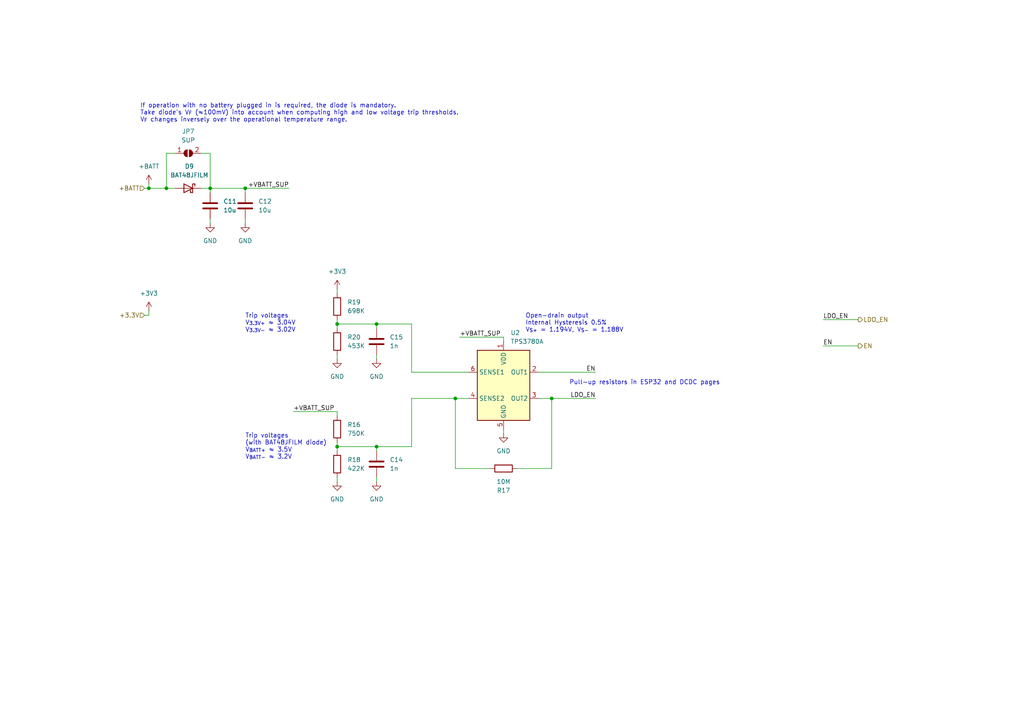
<source format=kicad_sch>
(kicad_sch (version 20211123) (generator eeschema)

  (uuid a5d88682-5fa0-4f9e-bbaa-8b3352e1bcf1)

  (paper "A4")

  (title_block
    (title "SolarNode")
    (date "2021-12-23")
    (rev "0.1")
  )

  (lib_symbols
    (symbol "Device:C" (pin_numbers hide) (pin_names (offset 0.254)) (in_bom yes) (on_board yes)
      (property "Reference" "C" (id 0) (at 0.635 2.54 0)
        (effects (font (size 1.27 1.27)) (justify left))
      )
      (property "Value" "C" (id 1) (at 0.635 -2.54 0)
        (effects (font (size 1.27 1.27)) (justify left))
      )
      (property "Footprint" "" (id 2) (at 0.9652 -3.81 0)
        (effects (font (size 1.27 1.27)) hide)
      )
      (property "Datasheet" "~" (id 3) (at 0 0 0)
        (effects (font (size 1.27 1.27)) hide)
      )
      (property "ki_keywords" "cap capacitor" (id 4) (at 0 0 0)
        (effects (font (size 1.27 1.27)) hide)
      )
      (property "ki_description" "Unpolarized capacitor" (id 5) (at 0 0 0)
        (effects (font (size 1.27 1.27)) hide)
      )
      (property "ki_fp_filters" "C_*" (id 6) (at 0 0 0)
        (effects (font (size 1.27 1.27)) hide)
      )
      (symbol "C_0_1"
        (polyline
          (pts
            (xy -2.032 -0.762)
            (xy 2.032 -0.762)
          )
          (stroke (width 0.508) (type default) (color 0 0 0 0))
          (fill (type none))
        )
        (polyline
          (pts
            (xy -2.032 0.762)
            (xy 2.032 0.762)
          )
          (stroke (width 0.508) (type default) (color 0 0 0 0))
          (fill (type none))
        )
      )
      (symbol "C_1_1"
        (pin passive line (at 0 3.81 270) (length 2.794)
          (name "~" (effects (font (size 1.27 1.27))))
          (number "1" (effects (font (size 1.27 1.27))))
        )
        (pin passive line (at 0 -3.81 90) (length 2.794)
          (name "~" (effects (font (size 1.27 1.27))))
          (number "2" (effects (font (size 1.27 1.27))))
        )
      )
    )
    (symbol "Device:R" (pin_numbers hide) (pin_names (offset 0)) (in_bom yes) (on_board yes)
      (property "Reference" "R" (id 0) (at 2.032 0 90)
        (effects (font (size 1.27 1.27)))
      )
      (property "Value" "R" (id 1) (at 0 0 90)
        (effects (font (size 1.27 1.27)))
      )
      (property "Footprint" "" (id 2) (at -1.778 0 90)
        (effects (font (size 1.27 1.27)) hide)
      )
      (property "Datasheet" "~" (id 3) (at 0 0 0)
        (effects (font (size 1.27 1.27)) hide)
      )
      (property "ki_keywords" "R res resistor" (id 4) (at 0 0 0)
        (effects (font (size 1.27 1.27)) hide)
      )
      (property "ki_description" "Resistor" (id 5) (at 0 0 0)
        (effects (font (size 1.27 1.27)) hide)
      )
      (property "ki_fp_filters" "R_*" (id 6) (at 0 0 0)
        (effects (font (size 1.27 1.27)) hide)
      )
      (symbol "R_0_1"
        (rectangle (start -1.016 -2.54) (end 1.016 2.54)
          (stroke (width 0.254) (type default) (color 0 0 0 0))
          (fill (type none))
        )
      )
      (symbol "R_1_1"
        (pin passive line (at 0 3.81 270) (length 1.27)
          (name "~" (effects (font (size 1.27 1.27))))
          (number "1" (effects (font (size 1.27 1.27))))
        )
        (pin passive line (at 0 -3.81 90) (length 1.27)
          (name "~" (effects (font (size 1.27 1.27))))
          (number "2" (effects (font (size 1.27 1.27))))
        )
      )
    )
    (symbol "Diode:BAT48JFILM" (pin_numbers hide) (pin_names (offset 1.016) hide) (in_bom yes) (on_board yes)
      (property "Reference" "D" (id 0) (at 0 2.54 0)
        (effects (font (size 1.27 1.27)))
      )
      (property "Value" "BAT48JFILM" (id 1) (at 0 -2.54 0)
        (effects (font (size 1.27 1.27)))
      )
      (property "Footprint" "Diode_SMD:D_SOD-323" (id 2) (at 0 -4.445 0)
        (effects (font (size 1.27 1.27)) hide)
      )
      (property "Datasheet" "www.st.com/resource/en/datasheet/bat48.pdf" (id 3) (at 0 0 0)
        (effects (font (size 1.27 1.27)) hide)
      )
      (property "ki_keywords" "diode Schottky" (id 4) (at 0 0 0)
        (effects (font (size 1.27 1.27)) hide)
      )
      (property "ki_description" "40V 0.35A Small Signal Schottky Diode, SOD-323" (id 5) (at 0 0 0)
        (effects (font (size 1.27 1.27)) hide)
      )
      (property "ki_fp_filters" "D*SOD?323*" (id 6) (at 0 0 0)
        (effects (font (size 1.27 1.27)) hide)
      )
      (symbol "BAT48JFILM_0_1"
        (polyline
          (pts
            (xy 1.27 0)
            (xy -1.27 0)
          )
          (stroke (width 0) (type default) (color 0 0 0 0))
          (fill (type none))
        )
        (polyline
          (pts
            (xy 1.27 1.27)
            (xy 1.27 -1.27)
            (xy -1.27 0)
            (xy 1.27 1.27)
          )
          (stroke (width 0.254) (type default) (color 0 0 0 0))
          (fill (type none))
        )
        (polyline
          (pts
            (xy -1.905 0.635)
            (xy -1.905 1.27)
            (xy -1.27 1.27)
            (xy -1.27 -1.27)
            (xy -0.635 -1.27)
            (xy -0.635 -0.635)
          )
          (stroke (width 0.254) (type default) (color 0 0 0 0))
          (fill (type none))
        )
      )
      (symbol "BAT48JFILM_1_1"
        (pin passive line (at -3.81 0 0) (length 2.54)
          (name "K" (effects (font (size 1.27 1.27))))
          (number "1" (effects (font (size 1.27 1.27))))
        )
        (pin passive line (at 3.81 0 180) (length 2.54)
          (name "A" (effects (font (size 1.27 1.27))))
          (number "2" (effects (font (size 1.27 1.27))))
        )
      )
    )
    (symbol "Jumper:SolderJumper_2_Open" (pin_names (offset 0) hide) (in_bom yes) (on_board yes)
      (property "Reference" "JP" (id 0) (at 0 2.032 0)
        (effects (font (size 1.27 1.27)))
      )
      (property "Value" "SolderJumper_2_Open" (id 1) (at 0 -2.54 0)
        (effects (font (size 1.27 1.27)))
      )
      (property "Footprint" "" (id 2) (at 0 0 0)
        (effects (font (size 1.27 1.27)) hide)
      )
      (property "Datasheet" "~" (id 3) (at 0 0 0)
        (effects (font (size 1.27 1.27)) hide)
      )
      (property "ki_keywords" "solder jumper SPST" (id 4) (at 0 0 0)
        (effects (font (size 1.27 1.27)) hide)
      )
      (property "ki_description" "Solder Jumper, 2-pole, open" (id 5) (at 0 0 0)
        (effects (font (size 1.27 1.27)) hide)
      )
      (property "ki_fp_filters" "SolderJumper*Open*" (id 6) (at 0 0 0)
        (effects (font (size 1.27 1.27)) hide)
      )
      (symbol "SolderJumper_2_Open_0_1"
        (arc (start -0.254 1.016) (mid -1.27 0) (end -0.254 -1.016)
          (stroke (width 0) (type default) (color 0 0 0 0))
          (fill (type none))
        )
        (arc (start -0.254 1.016) (mid -1.27 0) (end -0.254 -1.016)
          (stroke (width 0) (type default) (color 0 0 0 0))
          (fill (type outline))
        )
        (polyline
          (pts
            (xy -0.254 1.016)
            (xy -0.254 -1.016)
          )
          (stroke (width 0) (type default) (color 0 0 0 0))
          (fill (type none))
        )
        (polyline
          (pts
            (xy 0.254 1.016)
            (xy 0.254 -1.016)
          )
          (stroke (width 0) (type default) (color 0 0 0 0))
          (fill (type none))
        )
        (arc (start 0.254 -1.016) (mid 1.27 0) (end 0.254 1.016)
          (stroke (width 0) (type default) (color 0 0 0 0))
          (fill (type none))
        )
        (arc (start 0.254 -1.016) (mid 1.27 0) (end 0.254 1.016)
          (stroke (width 0) (type default) (color 0 0 0 0))
          (fill (type outline))
        )
      )
      (symbol "SolderJumper_2_Open_1_1"
        (pin passive line (at -3.81 0 0) (length 2.54)
          (name "A" (effects (font (size 1.27 1.27))))
          (number "1" (effects (font (size 1.27 1.27))))
        )
        (pin passive line (at 3.81 0 180) (length 2.54)
          (name "B" (effects (font (size 1.27 1.27))))
          (number "2" (effects (font (size 1.27 1.27))))
        )
      )
    )
    (symbol "Power_Supervisor:TPS3780" (in_bom yes) (on_board yes)
      (property "Reference" "U" (id 0) (at 2.54 13.97 0)
        (effects (font (size 1.27 1.27)))
      )
      (property "Value" "TPS3780" (id 1) (at 5.08 11.43 0)
        (effects (font (size 1.27 1.27)))
      )
      (property "Footprint" "Package_TO_SOT_SMD:SOT-23-6" (id 2) (at 16.51 -6.35 0)
        (effects (font (size 1.27 1.27)) hide)
      )
      (property "Datasheet" "https://www.ti.com/lit/ds/symlink/tps3780.pdf" (id 3) (at 0 0 0)
        (effects (font (size 1.27 1.27)) hide)
      )
      (property "ki_keywords" "Voltage Detector" (id 4) (at 0 0 0)
        (effects (font (size 1.27 1.27)) hide)
      )
      (property "ki_description" "Dual-Channel, Low-Power, High-Accuracy Voltage Detector, SOT-23-6" (id 5) (at 0 0 0)
        (effects (font (size 1.27 1.27)) hide)
      )
      (property "ki_fp_filters" "SOT?23*" (id 6) (at 0 0 0)
        (effects (font (size 1.27 1.27)) hide)
      )
      (symbol "TPS3780_0_1"
        (rectangle (start -7.62 10.16) (end 7.62 -10.16)
          (stroke (width 0.254) (type default) (color 0 0 0 0))
          (fill (type background))
        )
      )
      (symbol "TPS3780_1_1"
        (pin power_in line (at 0 12.7 270) (length 2.54)
          (name "VDD" (effects (font (size 1.27 1.27))))
          (number "1" (effects (font (size 1.27 1.27))))
        )
        (pin open_collector line (at 10.16 3.81 180) (length 2.54)
          (name "OUT1" (effects (font (size 1.27 1.27))))
          (number "2" (effects (font (size 1.27 1.27))))
        )
        (pin open_collector line (at 10.16 -3.81 180) (length 2.54)
          (name "OUT2" (effects (font (size 1.27 1.27))))
          (number "3" (effects (font (size 1.27 1.27))))
        )
        (pin input line (at -10.16 -3.81 0) (length 2.54)
          (name "SENSE2" (effects (font (size 1.27 1.27))))
          (number "4" (effects (font (size 1.27 1.27))))
        )
        (pin power_in line (at 0 -12.7 90) (length 2.54)
          (name "GND" (effects (font (size 1.27 1.27))))
          (number "5" (effects (font (size 1.27 1.27))))
        )
        (pin input line (at -10.16 3.81 0) (length 2.54)
          (name "SENSE1" (effects (font (size 1.27 1.27))))
          (number "6" (effects (font (size 1.27 1.27))))
        )
      )
    )
    (symbol "power:+3.3V" (power) (pin_names (offset 0)) (in_bom yes) (on_board yes)
      (property "Reference" "#PWR" (id 0) (at 0 -3.81 0)
        (effects (font (size 1.27 1.27)) hide)
      )
      (property "Value" "+3.3V" (id 1) (at 0 3.556 0)
        (effects (font (size 1.27 1.27)))
      )
      (property "Footprint" "" (id 2) (at 0 0 0)
        (effects (font (size 1.27 1.27)) hide)
      )
      (property "Datasheet" "" (id 3) (at 0 0 0)
        (effects (font (size 1.27 1.27)) hide)
      )
      (property "ki_keywords" "power-flag" (id 4) (at 0 0 0)
        (effects (font (size 1.27 1.27)) hide)
      )
      (property "ki_description" "Power symbol creates a global label with name \"+3.3V\"" (id 5) (at 0 0 0)
        (effects (font (size 1.27 1.27)) hide)
      )
      (symbol "+3.3V_0_1"
        (polyline
          (pts
            (xy -0.762 1.27)
            (xy 0 2.54)
          )
          (stroke (width 0) (type default) (color 0 0 0 0))
          (fill (type none))
        )
        (polyline
          (pts
            (xy 0 0)
            (xy 0 2.54)
          )
          (stroke (width 0) (type default) (color 0 0 0 0))
          (fill (type none))
        )
        (polyline
          (pts
            (xy 0 2.54)
            (xy 0.762 1.27)
          )
          (stroke (width 0) (type default) (color 0 0 0 0))
          (fill (type none))
        )
      )
      (symbol "+3.3V_1_1"
        (pin power_in line (at 0 0 90) (length 0) hide
          (name "+3V3" (effects (font (size 1.27 1.27))))
          (number "1" (effects (font (size 1.27 1.27))))
        )
      )
    )
    (symbol "power:+BATT" (power) (pin_names (offset 0)) (in_bom yes) (on_board yes)
      (property "Reference" "#PWR" (id 0) (at 0 -3.81 0)
        (effects (font (size 1.27 1.27)) hide)
      )
      (property "Value" "+BATT" (id 1) (at 0 3.556 0)
        (effects (font (size 1.27 1.27)))
      )
      (property "Footprint" "" (id 2) (at 0 0 0)
        (effects (font (size 1.27 1.27)) hide)
      )
      (property "Datasheet" "" (id 3) (at 0 0 0)
        (effects (font (size 1.27 1.27)) hide)
      )
      (property "ki_keywords" "power-flag battery" (id 4) (at 0 0 0)
        (effects (font (size 1.27 1.27)) hide)
      )
      (property "ki_description" "Power symbol creates a global label with name \"+BATT\"" (id 5) (at 0 0 0)
        (effects (font (size 1.27 1.27)) hide)
      )
      (symbol "+BATT_0_1"
        (polyline
          (pts
            (xy -0.762 1.27)
            (xy 0 2.54)
          )
          (stroke (width 0) (type default) (color 0 0 0 0))
          (fill (type none))
        )
        (polyline
          (pts
            (xy 0 0)
            (xy 0 2.54)
          )
          (stroke (width 0) (type default) (color 0 0 0 0))
          (fill (type none))
        )
        (polyline
          (pts
            (xy 0 2.54)
            (xy 0.762 1.27)
          )
          (stroke (width 0) (type default) (color 0 0 0 0))
          (fill (type none))
        )
      )
      (symbol "+BATT_1_1"
        (pin power_in line (at 0 0 90) (length 0) hide
          (name "+BATT" (effects (font (size 1.27 1.27))))
          (number "1" (effects (font (size 1.27 1.27))))
        )
      )
    )
    (symbol "power:GND" (power) (pin_names (offset 0)) (in_bom yes) (on_board yes)
      (property "Reference" "#PWR" (id 0) (at 0 -6.35 0)
        (effects (font (size 1.27 1.27)) hide)
      )
      (property "Value" "GND" (id 1) (at 0 -3.81 0)
        (effects (font (size 1.27 1.27)))
      )
      (property "Footprint" "" (id 2) (at 0 0 0)
        (effects (font (size 1.27 1.27)) hide)
      )
      (property "Datasheet" "" (id 3) (at 0 0 0)
        (effects (font (size 1.27 1.27)) hide)
      )
      (property "ki_keywords" "power-flag" (id 4) (at 0 0 0)
        (effects (font (size 1.27 1.27)) hide)
      )
      (property "ki_description" "Power symbol creates a global label with name \"GND\" , ground" (id 5) (at 0 0 0)
        (effects (font (size 1.27 1.27)) hide)
      )
      (symbol "GND_0_1"
        (polyline
          (pts
            (xy 0 0)
            (xy 0 -1.27)
            (xy 1.27 -1.27)
            (xy 0 -2.54)
            (xy -1.27 -1.27)
            (xy 0 -1.27)
          )
          (stroke (width 0) (type default) (color 0 0 0 0))
          (fill (type none))
        )
      )
      (symbol "GND_1_1"
        (pin power_in line (at 0 0 270) (length 0) hide
          (name "GND" (effects (font (size 1.27 1.27))))
          (number "1" (effects (font (size 1.27 1.27))))
        )
      )
    )
  )

  (junction (at 160.02 115.57) (diameter 0) (color 0 0 0 0)
    (uuid 231b3cb8-ad54-44cb-a04c-888372af6f6a)
  )
  (junction (at 43.18 54.61) (diameter 0) (color 0 0 0 0)
    (uuid 2363f7b2-e779-4b8c-87a7-a6f152c66794)
  )
  (junction (at 71.12 54.61) (diameter 0) (color 0 0 0 0)
    (uuid 616e6221-8a01-4799-92ad-8918b7c9741f)
  )
  (junction (at 60.96 54.61) (diameter 0) (color 0 0 0 0)
    (uuid 681137cf-cb60-4935-ac51-bca26c47ded3)
  )
  (junction (at 109.22 129.54) (diameter 0) (color 0 0 0 0)
    (uuid 9fc2b46e-4a09-4c0a-b324-7b894892c02c)
  )
  (junction (at 97.79 129.54) (diameter 0) (color 0 0 0 0)
    (uuid ac69a1d3-2290-4338-9b5a-ec3faa91861b)
  )
  (junction (at 97.79 93.98) (diameter 0) (color 0 0 0 0)
    (uuid bbec1b8a-9b63-43ae-b19b-b1618db583dd)
  )
  (junction (at 132.08 115.57) (diameter 0) (color 0 0 0 0)
    (uuid cb627d6e-0261-40f9-bd0e-77bdb685f3f3)
  )
  (junction (at 48.26 54.61) (diameter 0) (color 0 0 0 0)
    (uuid f27f018b-b9d1-4a9d-8a27-e8f818774283)
  )
  (junction (at 109.22 93.98) (diameter 0) (color 0 0 0 0)
    (uuid f749559b-5c68-40fe-bdb5-08fa0e5147db)
  )

  (wire (pts (xy 132.08 115.57) (xy 132.08 135.89))
    (stroke (width 0) (type default) (color 0 0 0 0))
    (uuid 0c5d2aed-99b1-4f6b-9167-3611d53f9e11)
  )
  (wire (pts (xy 135.89 115.57) (xy 132.08 115.57))
    (stroke (width 0) (type default) (color 0 0 0 0))
    (uuid 0f7fa40c-d72b-4fd7-9230-15d9b21064c9)
  )
  (wire (pts (xy 238.76 100.33) (xy 248.92 100.33))
    (stroke (width 0) (type default) (color 0 0 0 0))
    (uuid 0fec38de-fc68-4a0c-bba3-9ae22306ff9a)
  )
  (wire (pts (xy 97.79 129.54) (xy 97.79 130.81))
    (stroke (width 0) (type default) (color 0 0 0 0))
    (uuid 1df1916b-2fbf-4630-a118-cf6ac9c0da42)
  )
  (wire (pts (xy 119.38 129.54) (xy 109.22 129.54))
    (stroke (width 0) (type default) (color 0 0 0 0))
    (uuid 20cdfb51-dc38-49ca-962c-266a0d514d63)
  )
  (wire (pts (xy 156.21 115.57) (xy 160.02 115.57))
    (stroke (width 0) (type default) (color 0 0 0 0))
    (uuid 21ead89d-bdaa-4740-8354-39f284e32e50)
  )
  (wire (pts (xy 41.91 54.61) (xy 43.18 54.61))
    (stroke (width 0) (type default) (color 0 0 0 0))
    (uuid 233a9cd2-03fd-42ba-b754-4f58ef65c350)
  )
  (wire (pts (xy 97.79 102.87) (xy 97.79 104.14))
    (stroke (width 0) (type default) (color 0 0 0 0))
    (uuid 25d4b05b-ece4-429c-9353-f2f3b9195274)
  )
  (wire (pts (xy 97.79 119.38) (xy 97.79 120.65))
    (stroke (width 0) (type default) (color 0 0 0 0))
    (uuid 2650e6e8-9347-4c28-9a75-93a03260a8a2)
  )
  (wire (pts (xy 97.79 128.27) (xy 97.79 129.54))
    (stroke (width 0) (type default) (color 0 0 0 0))
    (uuid 2f8f16c1-75eb-4ae7-8d5b-a3823b91a31e)
  )
  (wire (pts (xy 238.76 92.71) (xy 248.92 92.71))
    (stroke (width 0) (type default) (color 0 0 0 0))
    (uuid 3079c0ff-b025-4d67-8152-a737cd4164d9)
  )
  (wire (pts (xy 60.96 63.5) (xy 60.96 64.77))
    (stroke (width 0) (type default) (color 0 0 0 0))
    (uuid 33f90d8c-f685-4bd4-85ef-5b5a1303f7ff)
  )
  (wire (pts (xy 109.22 130.81) (xy 109.22 129.54))
    (stroke (width 0) (type default) (color 0 0 0 0))
    (uuid 4191517e-ab65-451e-ad46-670fbfe46bda)
  )
  (wire (pts (xy 41.91 91.44) (xy 43.18 91.44))
    (stroke (width 0) (type default) (color 0 0 0 0))
    (uuid 5aa932fb-29b4-44cc-a90c-fde56e9d07bb)
  )
  (wire (pts (xy 132.08 115.57) (xy 119.38 115.57))
    (stroke (width 0) (type default) (color 0 0 0 0))
    (uuid 5f982544-bfbf-4372-9b63-498fd41b76e4)
  )
  (wire (pts (xy 50.8 44.45) (xy 48.26 44.45))
    (stroke (width 0) (type default) (color 0 0 0 0))
    (uuid 6ab9fb84-196f-4180-a275-8e67ccda4ada)
  )
  (wire (pts (xy 160.02 135.89) (xy 160.02 115.57))
    (stroke (width 0) (type default) (color 0 0 0 0))
    (uuid 6ed04be3-1adb-4f50-8674-de6f5068d7f8)
  )
  (wire (pts (xy 119.38 115.57) (xy 119.38 129.54))
    (stroke (width 0) (type default) (color 0 0 0 0))
    (uuid 7559583d-310e-43e6-b811-109ab03fedbc)
  )
  (wire (pts (xy 119.38 107.95) (xy 135.89 107.95))
    (stroke (width 0) (type default) (color 0 0 0 0))
    (uuid 7d91210a-578d-4522-91ae-e3e79e4485b2)
  )
  (wire (pts (xy 109.22 129.54) (xy 97.79 129.54))
    (stroke (width 0) (type default) (color 0 0 0 0))
    (uuid 8420a64d-1699-4396-a058-c89008506b23)
  )
  (wire (pts (xy 71.12 54.61) (xy 71.12 55.88))
    (stroke (width 0) (type default) (color 0 0 0 0))
    (uuid 855ac898-a151-4d93-b619-f1dd0d07e54f)
  )
  (wire (pts (xy 60.96 54.61) (xy 60.96 55.88))
    (stroke (width 0) (type default) (color 0 0 0 0))
    (uuid 8ea30c2f-da2e-4b53-a953-aa83491b669d)
  )
  (wire (pts (xy 133.35 97.79) (xy 146.05 97.79))
    (stroke (width 0) (type default) (color 0 0 0 0))
    (uuid 8ea3824c-3fbb-4aa9-8e0d-b9bef16ee4d3)
  )
  (wire (pts (xy 85.09 119.38) (xy 97.79 119.38))
    (stroke (width 0) (type default) (color 0 0 0 0))
    (uuid 9158c35c-af76-4fb7-a56e-720a931ccdc1)
  )
  (wire (pts (xy 109.22 102.87) (xy 109.22 104.14))
    (stroke (width 0) (type default) (color 0 0 0 0))
    (uuid 93927eca-1e2c-4489-837a-1ef0ea61c39a)
  )
  (wire (pts (xy 109.22 138.43) (xy 109.22 139.7))
    (stroke (width 0) (type default) (color 0 0 0 0))
    (uuid 9721d89c-eed9-43c4-9de7-b28218504b19)
  )
  (wire (pts (xy 132.08 135.89) (xy 142.24 135.89))
    (stroke (width 0) (type default) (color 0 0 0 0))
    (uuid 97806e27-f211-48c8-9559-87e489780b60)
  )
  (wire (pts (xy 109.22 93.98) (xy 97.79 93.98))
    (stroke (width 0) (type default) (color 0 0 0 0))
    (uuid 9f22a049-dd34-40d1-b490-bf66180d2654)
  )
  (wire (pts (xy 58.42 44.45) (xy 60.96 44.45))
    (stroke (width 0) (type default) (color 0 0 0 0))
    (uuid 9f84ac09-c390-41f8-9ea2-cb46a60f8489)
  )
  (wire (pts (xy 156.21 107.95) (xy 172.72 107.95))
    (stroke (width 0) (type default) (color 0 0 0 0))
    (uuid a009a012-e7cf-453c-9da0-e806d1e94835)
  )
  (wire (pts (xy 43.18 53.34) (xy 43.18 54.61))
    (stroke (width 0) (type default) (color 0 0 0 0))
    (uuid a4b82912-33c0-4923-9bf6-3ca3dbac1e78)
  )
  (wire (pts (xy 83.82 54.61) (xy 71.12 54.61))
    (stroke (width 0) (type default) (color 0 0 0 0))
    (uuid ab8e10c7-5bea-4fab-ab56-156a6a0c5a47)
  )
  (wire (pts (xy 48.26 54.61) (xy 50.8 54.61))
    (stroke (width 0) (type default) (color 0 0 0 0))
    (uuid ac2d62ca-22fa-426d-af59-285e70bdc2ca)
  )
  (wire (pts (xy 60.96 54.61) (xy 71.12 54.61))
    (stroke (width 0) (type default) (color 0 0 0 0))
    (uuid b40f9eb4-4318-43fb-9092-e552167e05d5)
  )
  (wire (pts (xy 43.18 91.44) (xy 43.18 90.17))
    (stroke (width 0) (type default) (color 0 0 0 0))
    (uuid b8821bd5-4a16-4587-8af7-d8c6209de267)
  )
  (wire (pts (xy 71.12 63.5) (xy 71.12 64.77))
    (stroke (width 0) (type default) (color 0 0 0 0))
    (uuid ba719b59-90ab-41b5-b8e8-a9e71be6ce16)
  )
  (wire (pts (xy 43.18 54.61) (xy 48.26 54.61))
    (stroke (width 0) (type default) (color 0 0 0 0))
    (uuid beebd82d-57d1-40c3-8d5e-b69fc750678c)
  )
  (wire (pts (xy 97.79 93.98) (xy 97.79 95.25))
    (stroke (width 0) (type default) (color 0 0 0 0))
    (uuid d1239f91-e806-4149-9b64-857e9f12cee5)
  )
  (wire (pts (xy 97.79 92.71) (xy 97.79 93.98))
    (stroke (width 0) (type default) (color 0 0 0 0))
    (uuid d36f902c-e145-40b4-98cd-83254dcbee23)
  )
  (wire (pts (xy 109.22 95.25) (xy 109.22 93.98))
    (stroke (width 0) (type default) (color 0 0 0 0))
    (uuid d600a1b5-fd40-4bbc-829f-b03106523d07)
  )
  (wire (pts (xy 60.96 44.45) (xy 60.96 54.61))
    (stroke (width 0) (type default) (color 0 0 0 0))
    (uuid d9c95731-74dc-4d50-8ffd-43eb84d3bc03)
  )
  (wire (pts (xy 146.05 124.46) (xy 146.05 125.73))
    (stroke (width 0) (type default) (color 0 0 0 0))
    (uuid dbf1a051-22a0-47cc-a219-0a23168a6ea2)
  )
  (wire (pts (xy 97.79 83.82) (xy 97.79 85.09))
    (stroke (width 0) (type default) (color 0 0 0 0))
    (uuid df617c1c-3c72-4918-a38d-bd41f09d2afe)
  )
  (wire (pts (xy 97.79 138.43) (xy 97.79 139.7))
    (stroke (width 0) (type default) (color 0 0 0 0))
    (uuid f06d3945-4829-474f-b781-6d42577a745a)
  )
  (wire (pts (xy 160.02 115.57) (xy 172.72 115.57))
    (stroke (width 0) (type default) (color 0 0 0 0))
    (uuid f0b58366-9a1b-4ad4-98fd-db89cde2286f)
  )
  (wire (pts (xy 149.86 135.89) (xy 160.02 135.89))
    (stroke (width 0) (type default) (color 0 0 0 0))
    (uuid f41803cb-92ca-4832-b2fe-4dc62794173e)
  )
  (wire (pts (xy 119.38 107.95) (xy 119.38 93.98))
    (stroke (width 0) (type default) (color 0 0 0 0))
    (uuid f762121b-aa0e-40ec-8dd9-0c910e9f4e1d)
  )
  (wire (pts (xy 48.26 44.45) (xy 48.26 54.61))
    (stroke (width 0) (type default) (color 0 0 0 0))
    (uuid f80dd33a-fa1e-44ab-8ee4-c4018afae5f9)
  )
  (wire (pts (xy 146.05 97.79) (xy 146.05 99.06))
    (stroke (width 0) (type default) (color 0 0 0 0))
    (uuid fa836209-5d41-4274-b854-b219c9095caa)
  )
  (wire (pts (xy 58.42 54.61) (xy 60.96 54.61))
    (stroke (width 0) (type default) (color 0 0 0 0))
    (uuid fc7841ac-fd46-4b26-847a-d08afd4a5766)
  )
  (wire (pts (xy 119.38 93.98) (xy 109.22 93.98))
    (stroke (width 0) (type default) (color 0 0 0 0))
    (uuid fea901ea-af22-4c2a-805f-5ecb78b18778)
  )

  (text "Trip voltages\nV_{3.3V+} ≈ 3.04V\nV_{3.3V-} ≈ 3.02V" (at 71.12 96.52 0)
    (effects (font (size 1.27 1.27)) (justify left bottom))
    (uuid 1d65944e-231f-4903-8b88-b606403a76d1)
  )
  (text "Pull-up resistors in ESP32 and DCDC pages" (at 165.1 111.76 0)
    (effects (font (size 1.27 1.27)) (justify left bottom))
    (uuid 382ed4fd-2972-43f7-a72c-884f6d890247)
  )
  (text "Trip voltages\n(with BAT48JFILM diode)\nV_{BATT+} ≈ 3.5V\nV_{BATT-} ≈ 3.2V"
    (at 71.12 133.35 0)
    (effects (font (size 1.27 1.27)) (justify left bottom))
    (uuid 5a076940-0d87-4bde-a825-c6695c1972f4)
  )
  (text "If operation with no battery plugged in is required, the diode is mandatory.\nTake diode's V_{F} (≈100mV) into account when computing high and low voltage trip thresholds.\nV_{F} changes inversely over the operational temperature range."
    (at 40.64 35.56 0)
    (effects (font (size 1.27 1.27)) (justify left bottom))
    (uuid 657441f0-980d-4a77-9eac-11a5feba9548)
  )
  (text "Open-drain output\nInternal Hysteresis 0.5%\nV_{S+} = 1.194V, V_{S-} = 1.188V"
    (at 152.4 96.52 0)
    (effects (font (size 1.27 1.27)) (justify left bottom))
    (uuid b339f389-1234-43c0-917a-48b399bd64d7)
  )

  (label "EN" (at 238.76 100.33 0)
    (effects (font (size 1.27 1.27)) (justify left bottom))
    (uuid 263937bd-3616-4613-984b-42f6fb98b50b)
  )
  (label "+VBATT_SUP" (at 83.82 54.61 180)
    (effects (font (size 1.27 1.27)) (justify right bottom))
    (uuid 27822dfa-acff-4cff-9957-5fb829b3d4d5)
  )
  (label "LDO_EN" (at 172.72 115.57 180)
    (effects (font (size 1.27 1.27)) (justify right bottom))
    (uuid 793c1399-de4f-4db3-928d-92d37e9580af)
  )
  (label "LDO_EN" (at 238.76 92.71 0)
    (effects (font (size 1.27 1.27)) (justify left bottom))
    (uuid 82b8a934-cf7c-4312-9ea3-deedbbbfab9e)
  )
  (label "EN" (at 172.72 107.95 180)
    (effects (font (size 1.27 1.27)) (justify right bottom))
    (uuid 8a452480-45d4-4a20-8732-1cd7bf0300ce)
  )
  (label "+VBATT_SUP" (at 85.09 119.38 0)
    (effects (font (size 1.27 1.27)) (justify left bottom))
    (uuid 8fc5174a-dc68-4f50-838d-2ea0f013eac5)
  )
  (label "+VBATT_SUP" (at 133.35 97.79 0)
    (effects (font (size 1.27 1.27)) (justify left bottom))
    (uuid f99e1b14-6bcc-46ac-911a-cf352a0e2d0a)
  )

  (hierarchical_label "EN" (shape output) (at 248.92 100.33 0)
    (effects (font (size 1.27 1.27)) (justify left))
    (uuid 32efa634-eb2d-453e-94d3-440743301534)
  )
  (hierarchical_label "+BATT" (shape input) (at 41.91 54.61 180)
    (effects (font (size 1.27 1.27)) (justify right))
    (uuid 98c90db6-05a2-46b9-ae44-21817a6bee91)
  )
  (hierarchical_label "LDO_EN" (shape output) (at 248.92 92.71 0)
    (effects (font (size 1.27 1.27)) (justify left))
    (uuid e414ce6d-7420-47bb-b95d-e7e44467a939)
  )
  (hierarchical_label "+3.3V" (shape input) (at 41.91 91.44 180)
    (effects (font (size 1.27 1.27)) (justify right))
    (uuid f0c62568-b5df-4b63-8dd5-66bfd0052441)
  )

  (symbol (lib_id "Device:C") (at 109.22 134.62 0) (unit 1)
    (in_bom yes) (on_board yes) (fields_autoplaced)
    (uuid 0f774f56-ad36-4257-8f40-46a92e383bb9)
    (property "Reference" "C14" (id 0) (at 113.03 133.3499 0)
      (effects (font (size 1.27 1.27)) (justify left))
    )
    (property "Value" "1n" (id 1) (at 113.03 135.8899 0)
      (effects (font (size 1.27 1.27)) (justify left))
    )
    (property "Footprint" "Capacitor_SMD:C_0603_1608Metric" (id 2) (at 110.1852 138.43 0)
      (effects (font (size 1.27 1.27)) hide)
    )
    (property "Datasheet" "https://www.yageo.com/upload/media/product/productsearch/datasheet/mlcc/UPY-GPHC_X7R_6.3V-to-50V_20.pdf" (id 3) (at 109.22 134.62 0)
      (effects (font (size 1.27 1.27)) hide)
    )
    (property "Manufacturer" "YAGEO" (id 4) (at 109.22 134.62 0)
      (effects (font (size 1.27 1.27)) hide)
    )
    (property "MPN" "CC0603KRX7R9BB102" (id 5) (at 109.22 134.62 0)
      (effects (font (size 1.27 1.27)) hide)
    )
    (pin "1" (uuid 2971c359-9686-456a-8e96-d058ce81884c))
    (pin "2" (uuid 3e9ac73c-eefd-47f4-bf00-b30558b923b4))
  )

  (symbol (lib_id "Device:R") (at 97.79 88.9 180) (unit 1)
    (in_bom yes) (on_board yes) (fields_autoplaced)
    (uuid 15fd9bfc-420a-4cb7-8e3f-088394fcf8a3)
    (property "Reference" "R19" (id 0) (at 100.7419 87.6299 0)
      (effects (font (size 1.27 1.27)) (justify right))
    )
    (property "Value" "698K" (id 1) (at 100.7419 90.1699 0)
      (effects (font (size 1.27 1.27)) (justify right))
    )
    (property "Footprint" "SolarNode:R_0603_1608Metric_0.65" (id 2) (at 99.568 88.9 90)
      (effects (font (size 1.27 1.27)) hide)
    )
    (property "Datasheet" "https://www.yageo.com/upload/media/product/productsearch/datasheet/rchip/PYu-RC_Group_51_RoHS_L_11.pdf" (id 3) (at 97.79 88.9 0)
      (effects (font (size 1.27 1.27)) hide)
    )
    (property "Manufacturer" "YAGEO" (id 4) (at 97.79 88.9 0)
      (effects (font (size 1.27 1.27)) hide)
    )
    (property "MPN" "RC0603FR-07698KL" (id 5) (at 97.79 88.9 0)
      (effects (font (size 1.27 1.27)) hide)
    )
    (pin "1" (uuid 8dc2a5ea-28ca-47c1-8063-e5b8c094dea0))
    (pin "2" (uuid b98f6c19-85e6-402c-88a6-48523ebe99d4))
  )

  (symbol (lib_id "power:+3.3V") (at 97.79 83.82 0) (unit 1)
    (in_bom yes) (on_board yes) (fields_autoplaced)
    (uuid 25394709-9857-4819-a1db-e01b88c527bf)
    (property "Reference" "#PWR065" (id 0) (at 97.79 87.63 0)
      (effects (font (size 1.27 1.27)) hide)
    )
    (property "Value" "+3.3V" (id 1) (at 97.79 78.74 0))
    (property "Footprint" "" (id 2) (at 97.79 83.82 0)
      (effects (font (size 1.27 1.27)) hide)
    )
    (property "Datasheet" "" (id 3) (at 97.79 83.82 0)
      (effects (font (size 1.27 1.27)) hide)
    )
    (pin "1" (uuid 3d270c90-d4e7-497d-b3bf-2e33da5752e9))
  )

  (symbol (lib_id "Power_Supervisor:TPS3780") (at 146.05 111.76 0) (unit 1)
    (in_bom yes) (on_board yes) (fields_autoplaced)
    (uuid 34fad17b-56f4-40d3-8af8-6821be8f6327)
    (property "Reference" "U2" (id 0) (at 148.0694 96.52 0)
      (effects (font (size 1.27 1.27)) (justify left))
    )
    (property "Value" "TPS3780A" (id 1) (at 148.0694 99.06 0)
      (effects (font (size 1.27 1.27)) (justify left))
    )
    (property "Footprint" "Package_TO_SOT_SMD:SOT-23-6" (id 2) (at 162.56 118.11 0)
      (effects (font (size 1.27 1.27)) hide)
    )
    (property "Datasheet" "https://www.ti.com/lit/ds/symlink/tps3780.pdf" (id 3) (at 146.05 111.76 0)
      (effects (font (size 1.27 1.27)) hide)
    )
    (property "Manufacturer" "Texas Instruments" (id 4) (at 146.05 111.76 0)
      (effects (font (size 1.27 1.27)) hide)
    )
    (property "MPN" "TPS3780ADBVT" (id 5) (at 146.05 111.76 0)
      (effects (font (size 1.27 1.27)) hide)
    )
    (pin "1" (uuid c1b77339-aaa7-4d3c-a9a0-75b32b94b63b))
    (pin "2" (uuid 944021de-7d16-498d-ae90-dcf04637b488))
    (pin "3" (uuid fca2b72d-a469-48b5-a884-1c6a3ddf9fdc))
    (pin "4" (uuid 19d03cd6-c1b8-4e8c-aae7-2f3dca8281fa))
    (pin "5" (uuid a3f54f04-a980-46a6-84f9-ec54fb32d0cd))
    (pin "6" (uuid 88b9ed82-8db2-4542-bde0-b2beafdd704d))
  )

  (symbol (lib_id "Device:R") (at 97.79 124.46 180) (unit 1)
    (in_bom yes) (on_board yes) (fields_autoplaced)
    (uuid 355f1273-0710-4515-9228-ffc0b9e146b0)
    (property "Reference" "R16" (id 0) (at 100.7419 123.1899 0)
      (effects (font (size 1.27 1.27)) (justify right))
    )
    (property "Value" "750K" (id 1) (at 100.7419 125.7299 0)
      (effects (font (size 1.27 1.27)) (justify right))
    )
    (property "Footprint" "SolarNode:R_0603_1608Metric_0.65" (id 2) (at 99.568 124.46 90)
      (effects (font (size 1.27 1.27)) hide)
    )
    (property "Datasheet" "https://www.yageo.com/upload/media/product/productsearch/datasheet/rchip/PYu-RC_Group_51_RoHS_L_11.pdf" (id 3) (at 97.79 124.46 0)
      (effects (font (size 1.27 1.27)) hide)
    )
    (property "Manufacturer" "YAGEO" (id 4) (at 97.79 124.46 0)
      (effects (font (size 1.27 1.27)) hide)
    )
    (property "MPN" "RC0603FR-07750KL" (id 5) (at 97.79 124.46 0)
      (effects (font (size 1.27 1.27)) hide)
    )
    (pin "1" (uuid 96a546a2-9134-4974-b17d-06f56c7a8464))
    (pin "2" (uuid 8c72935f-df49-40eb-83f1-393a74433ead))
  )

  (symbol (lib_id "power:GND") (at 146.05 125.73 0) (unit 1)
    (in_bom yes) (on_board yes)
    (uuid 3c71f901-0a58-4021-ac8f-8b8fd9ecf57f)
    (property "Reference" "#PWR066" (id 0) (at 146.05 132.08 0)
      (effects (font (size 1.27 1.27)) hide)
    )
    (property "Value" "GND" (id 1) (at 146.05 130.81 0))
    (property "Footprint" "" (id 2) (at 146.05 125.73 0)
      (effects (font (size 1.27 1.27)) hide)
    )
    (property "Datasheet" "" (id 3) (at 146.05 125.73 0)
      (effects (font (size 1.27 1.27)) hide)
    )
    (pin "1" (uuid 071e7636-6db6-4340-a2ea-b6dae3b0321d))
  )

  (symbol (lib_id "Device:R") (at 97.79 134.62 180) (unit 1)
    (in_bom yes) (on_board yes) (fields_autoplaced)
    (uuid 3eb335c8-040d-4e16-bddf-878f69a028c8)
    (property "Reference" "R18" (id 0) (at 100.7419 133.3499 0)
      (effects (font (size 1.27 1.27)) (justify right))
    )
    (property "Value" "422K" (id 1) (at 100.7419 135.8899 0)
      (effects (font (size 1.27 1.27)) (justify right))
    )
    (property "Footprint" "SolarNode:R_0603_1608Metric_0.65" (id 2) (at 99.568 134.62 90)
      (effects (font (size 1.27 1.27)) hide)
    )
    (property "Datasheet" "https://www.yageo.com/upload/media/product/productsearch/datasheet/rchip/PYu-RC_Group_51_RoHS_L_11.pdf" (id 3) (at 97.79 134.62 0)
      (effects (font (size 1.27 1.27)) hide)
    )
    (property "Manufacturer" "YAGEO" (id 4) (at 97.79 134.62 0)
      (effects (font (size 1.27 1.27)) hide)
    )
    (property "MPN" "RC0603FR-07422KL" (id 5) (at 97.79 134.62 0)
      (effects (font (size 1.27 1.27)) hide)
    )
    (pin "1" (uuid c3915045-2ec4-496a-a337-ab1ae20ab532))
    (pin "2" (uuid b5c1bcb3-0e6e-4615-a763-a69a9be3a74e))
  )

  (symbol (lib_id "Device:R") (at 146.05 135.89 270) (mirror x) (unit 1)
    (in_bom yes) (on_board yes) (fields_autoplaced)
    (uuid 5337d316-0688-4025-b792-ca35eaeca5da)
    (property "Reference" "R17" (id 0) (at 146.05 142.24 90))
    (property "Value" "10M" (id 1) (at 146.05 139.7 90))
    (property "Footprint" "SolarNode:R_0603_1608Metric_0.65" (id 2) (at 146.05 137.668 90)
      (effects (font (size 1.27 1.27)) hide)
    )
    (property "Datasheet" "https://www.yageo.com/upload/media/product/productsearch/datasheet/rchip/PYu-RC_Group_51_RoHS_L_11.pdf" (id 3) (at 146.05 135.89 0)
      (effects (font (size 1.27 1.27)) hide)
    )
    (property "Manufacturer" "YAGEO" (id 4) (at 146.05 135.89 0)
      (effects (font (size 1.27 1.27)) hide)
    )
    (property "MPN" "RC0603FR-0710ML" (id 5) (at 146.05 135.89 0)
      (effects (font (size 1.27 1.27)) hide)
    )
    (pin "1" (uuid 56a10caf-07e2-4f95-89bc-c80e6a40e5bb))
    (pin "2" (uuid 2fbab926-4cf9-4ae9-943c-bb43b935e731))
  )

  (symbol (lib_id "Diode:BAT48JFILM") (at 54.61 54.61 0) (mirror y) (unit 1)
    (in_bom yes) (on_board yes) (fields_autoplaced)
    (uuid 643e772e-f700-4790-a3ed-c7bc3c425861)
    (property "Reference" "D9" (id 0) (at 54.9275 48.26 0))
    (property "Value" "BAT48JFILM" (id 1) (at 54.9275 50.8 0))
    (property "Footprint" "Diode_SMD:D_SOD-323" (id 2) (at 54.61 59.055 0)
      (effects (font (size 1.27 1.27)) hide)
    )
    (property "Datasheet" "www.st.com/resource/en/datasheet/bat48.pdf" (id 3) (at 54.61 54.61 0)
      (effects (font (size 1.27 1.27)) hide)
    )
    (property "MPN" "BAT48JFILM" (id 4) (at 54.61 54.61 0)
      (effects (font (size 1.27 1.27)) hide)
    )
    (property "Manufacturer" "STMicroelectronics" (id 5) (at 54.61 54.61 0)
      (effects (font (size 1.27 1.27)) hide)
    )
    (pin "1" (uuid bd46c0e1-8507-4ff1-ae50-d92e399a81df))
    (pin "2" (uuid 128dca10-a6b2-4865-9a8e-c3f3637a7d72))
  )

  (symbol (lib_id "Device:C") (at 60.96 59.69 0) (unit 1)
    (in_bom yes) (on_board yes) (fields_autoplaced)
    (uuid 67c5f73f-6233-4216-9db7-d66393e9d33d)
    (property "Reference" "C11" (id 0) (at 64.77 58.4199 0)
      (effects (font (size 1.27 1.27)) (justify left))
    )
    (property "Value" "10u" (id 1) (at 64.77 60.9599 0)
      (effects (font (size 1.27 1.27)) (justify left))
    )
    (property "Footprint" "Capacitor_SMD:C_0603_1608Metric" (id 2) (at 61.9252 63.5 0)
      (effects (font (size 1.27 1.27)) hide)
    )
    (property "Datasheet" "https://www.yageo.com/upload/media/product/productsearch/datasheet/mlcc/UPY-GPHC_X5R_4V-to-50V_26.pdf" (id 3) (at 60.96 59.69 0)
      (effects (font (size 1.27 1.27)) hide)
    )
    (property "Manufacturer" "YAGEO" (id 4) (at 60.96 59.69 0)
      (effects (font (size 1.27 1.27)) hide)
    )
    (property "MPN" "CC0603MRX5R7BB106" (id 5) (at 60.96 59.69 0)
      (effects (font (size 1.27 1.27)) hide)
    )
    (pin "1" (uuid f8f13c6c-fc9f-4c5f-99e7-77d7ecee16d3))
    (pin "2" (uuid df1965c3-7415-44cc-ac9f-92327ac80335))
  )

  (symbol (lib_id "power:GND") (at 60.96 64.77 0) (unit 1)
    (in_bom yes) (on_board yes) (fields_autoplaced)
    (uuid 6af91310-19e2-4399-a95c-c1f9c73bbfcd)
    (property "Reference" "#PWR059" (id 0) (at 60.96 71.12 0)
      (effects (font (size 1.27 1.27)) hide)
    )
    (property "Value" "GND" (id 1) (at 60.96 69.85 0))
    (property "Footprint" "" (id 2) (at 60.96 64.77 0)
      (effects (font (size 1.27 1.27)) hide)
    )
    (property "Datasheet" "" (id 3) (at 60.96 64.77 0)
      (effects (font (size 1.27 1.27)) hide)
    )
    (pin "1" (uuid afb9ccdb-7c95-4827-adb5-069ca93636b6))
  )

  (symbol (lib_id "power:+BATT") (at 43.18 53.34 0) (mirror y) (unit 1)
    (in_bom yes) (on_board yes) (fields_autoplaced)
    (uuid 6ceaa701-3d2c-4ad2-9b6e-c85c40ceb347)
    (property "Reference" "#PWR058" (id 0) (at 43.18 57.15 0)
      (effects (font (size 1.27 1.27)) hide)
    )
    (property "Value" "+BATT" (id 1) (at 43.18 48.26 0))
    (property "Footprint" "" (id 2) (at 43.18 53.34 0)
      (effects (font (size 1.27 1.27)) hide)
    )
    (property "Datasheet" "" (id 3) (at 43.18 53.34 0)
      (effects (font (size 1.27 1.27)) hide)
    )
    (pin "1" (uuid 5713d767-7086-4f06-8a97-d237a19a4e90))
  )

  (symbol (lib_id "power:GND") (at 71.12 64.77 0) (unit 1)
    (in_bom yes) (on_board yes) (fields_autoplaced)
    (uuid 714c9845-2143-4be2-b94d-88fd431ba251)
    (property "Reference" "#PWR060" (id 0) (at 71.12 71.12 0)
      (effects (font (size 1.27 1.27)) hide)
    )
    (property "Value" "GND" (id 1) (at 71.12 69.85 0))
    (property "Footprint" "" (id 2) (at 71.12 64.77 0)
      (effects (font (size 1.27 1.27)) hide)
    )
    (property "Datasheet" "" (id 3) (at 71.12 64.77 0)
      (effects (font (size 1.27 1.27)) hide)
    )
    (pin "1" (uuid 5271930b-7ef3-431e-97f1-1598d43a9322))
  )

  (symbol (lib_id "power:GND") (at 109.22 139.7 0) (unit 1)
    (in_bom yes) (on_board yes) (fields_autoplaced)
    (uuid 8289e5a6-3305-43bd-a393-bccd9c8b36e7)
    (property "Reference" "#PWR064" (id 0) (at 109.22 146.05 0)
      (effects (font (size 1.27 1.27)) hide)
    )
    (property "Value" "GND" (id 1) (at 109.22 144.78 0))
    (property "Footprint" "" (id 2) (at 109.22 139.7 0)
      (effects (font (size 1.27 1.27)) hide)
    )
    (property "Datasheet" "" (id 3) (at 109.22 139.7 0)
      (effects (font (size 1.27 1.27)) hide)
    )
    (pin "1" (uuid ab663694-5b0d-4f0d-a197-5cad03e81aba))
  )

  (symbol (lib_id "power:GND") (at 97.79 104.14 0) (unit 1)
    (in_bom yes) (on_board yes) (fields_autoplaced)
    (uuid 9423d1aa-add8-4991-b17e-c2f89f634ffb)
    (property "Reference" "#PWR067" (id 0) (at 97.79 110.49 0)
      (effects (font (size 1.27 1.27)) hide)
    )
    (property "Value" "GND" (id 1) (at 97.79 109.22 0))
    (property "Footprint" "" (id 2) (at 97.79 104.14 0)
      (effects (font (size 1.27 1.27)) hide)
    )
    (property "Datasheet" "" (id 3) (at 97.79 104.14 0)
      (effects (font (size 1.27 1.27)) hide)
    )
    (pin "1" (uuid 77c4d1a7-ecc1-44f6-9cbd-6dbef8660b2c))
  )

  (symbol (lib_id "power:GND") (at 109.22 104.14 0) (unit 1)
    (in_bom yes) (on_board yes) (fields_autoplaced)
    (uuid 98f6a656-dff5-4708-84f6-860c341b4281)
    (property "Reference" "#PWR068" (id 0) (at 109.22 110.49 0)
      (effects (font (size 1.27 1.27)) hide)
    )
    (property "Value" "GND" (id 1) (at 109.22 109.22 0))
    (property "Footprint" "" (id 2) (at 109.22 104.14 0)
      (effects (font (size 1.27 1.27)) hide)
    )
    (property "Datasheet" "" (id 3) (at 109.22 104.14 0)
      (effects (font (size 1.27 1.27)) hide)
    )
    (pin "1" (uuid a02b49ec-be15-4f11-a067-0c825c5b5d67))
  )

  (symbol (lib_id "Device:C") (at 71.12 59.69 0) (unit 1)
    (in_bom yes) (on_board yes) (fields_autoplaced)
    (uuid a4c92fc6-227e-4660-8228-aa2c41d0b1b5)
    (property "Reference" "C12" (id 0) (at 74.93 58.4199 0)
      (effects (font (size 1.27 1.27)) (justify left))
    )
    (property "Value" "10u" (id 1) (at 74.93 60.9599 0)
      (effects (font (size 1.27 1.27)) (justify left))
    )
    (property "Footprint" "Capacitor_SMD:C_0603_1608Metric" (id 2) (at 72.0852 63.5 0)
      (effects (font (size 1.27 1.27)) hide)
    )
    (property "Datasheet" "https://www.yageo.com/upload/media/product/productsearch/datasheet/mlcc/UPY-GPHC_X5R_4V-to-50V_26.pdf" (id 3) (at 71.12 59.69 0)
      (effects (font (size 1.27 1.27)) hide)
    )
    (property "Manufacturer" "YAGEO" (id 4) (at 71.12 59.69 0)
      (effects (font (size 1.27 1.27)) hide)
    )
    (property "MPN" "CC0603MRX5R7BB106" (id 5) (at 71.12 59.69 0)
      (effects (font (size 1.27 1.27)) hide)
    )
    (pin "1" (uuid 958d0e72-dfbe-460e-918c-a6993f983c0a))
    (pin "2" (uuid 0bbe2087-9c71-40e5-b0e2-7c8c3776236d))
  )

  (symbol (lib_id "Jumper:SolderJumper_2_Open") (at 54.61 44.45 0) (unit 1)
    (in_bom yes) (on_board yes) (fields_autoplaced)
    (uuid a9b75437-d8eb-4e05-a9b4-d6f6ab213799)
    (property "Reference" "JP7" (id 0) (at 54.61 38.1 0))
    (property "Value" "SUP" (id 1) (at 54.61 40.64 0))
    (property "Footprint" "Jumper:SolderJumper-2_P1.3mm_Open_RoundedPad1.0x1.5mm" (id 2) (at 54.61 44.45 0)
      (effects (font (size 1.27 1.27)) hide)
    )
    (property "Datasheet" "~" (id 3) (at 54.61 44.45 0)
      (effects (font (size 1.27 1.27)) hide)
    )
    (pin "1" (uuid 03604ec2-3fb1-4516-b8cc-98dd7fe11f6a))
    (pin "2" (uuid c7aa1765-fd4b-4d37-853a-c1544cfdb160))
  )

  (symbol (lib_id "power:GND") (at 97.79 139.7 0) (unit 1)
    (in_bom yes) (on_board yes) (fields_autoplaced)
    (uuid af998274-f67f-4893-8837-8626181d2ef5)
    (property "Reference" "#PWR063" (id 0) (at 97.79 146.05 0)
      (effects (font (size 1.27 1.27)) hide)
    )
    (property "Value" "GND" (id 1) (at 97.79 144.78 0))
    (property "Footprint" "" (id 2) (at 97.79 139.7 0)
      (effects (font (size 1.27 1.27)) hide)
    )
    (property "Datasheet" "" (id 3) (at 97.79 139.7 0)
      (effects (font (size 1.27 1.27)) hide)
    )
    (pin "1" (uuid f634d69d-5ab9-46fc-873c-268aaaf9ee8f))
  )

  (symbol (lib_id "power:+3.3V") (at 43.18 90.17 0) (unit 1)
    (in_bom yes) (on_board yes) (fields_autoplaced)
    (uuid c6b30821-e341-4a8e-8ab2-ed1dce1a84a8)
    (property "Reference" "#PWR061" (id 0) (at 43.18 93.98 0)
      (effects (font (size 1.27 1.27)) hide)
    )
    (property "Value" "+3.3V" (id 1) (at 43.18 85.09 0))
    (property "Footprint" "" (id 2) (at 43.18 90.17 0)
      (effects (font (size 1.27 1.27)) hide)
    )
    (property "Datasheet" "" (id 3) (at 43.18 90.17 0)
      (effects (font (size 1.27 1.27)) hide)
    )
    (pin "1" (uuid a5e71a31-6664-4e1d-a6c0-1895ea9e0a88))
  )

  (symbol (lib_id "Device:C") (at 109.22 99.06 0) (unit 1)
    (in_bom yes) (on_board yes) (fields_autoplaced)
    (uuid d8c608d5-b976-404c-a797-a23020813adc)
    (property "Reference" "C15" (id 0) (at 113.03 97.7899 0)
      (effects (font (size 1.27 1.27)) (justify left))
    )
    (property "Value" "1n" (id 1) (at 113.03 100.3299 0)
      (effects (font (size 1.27 1.27)) (justify left))
    )
    (property "Footprint" "Capacitor_SMD:C_0603_1608Metric" (id 2) (at 110.1852 102.87 0)
      (effects (font (size 1.27 1.27)) hide)
    )
    (property "Datasheet" "https://www.yageo.com/upload/media/product/productsearch/datasheet/mlcc/UPY-GPHC_X7R_6.3V-to-50V_20.pdf" (id 3) (at 109.22 99.06 0)
      (effects (font (size 1.27 1.27)) hide)
    )
    (property "Manufacturer" "YAGEO" (id 4) (at 109.22 99.06 0)
      (effects (font (size 1.27 1.27)) hide)
    )
    (property "MPN" "CC0603KRX7R9BB102" (id 5) (at 109.22 99.06 0)
      (effects (font (size 1.27 1.27)) hide)
    )
    (pin "1" (uuid 6567edda-6f29-4b7b-a18a-10eafd0c9978))
    (pin "2" (uuid ffb39276-b190-4b30-ab6b-1bf345b504b9))
  )

  (symbol (lib_id "Device:R") (at 97.79 99.06 180) (unit 1)
    (in_bom yes) (on_board yes) (fields_autoplaced)
    (uuid f4e8d1fe-631b-4339-803c-0f5f7cf25022)
    (property "Reference" "R20" (id 0) (at 100.7419 97.7899 0)
      (effects (font (size 1.27 1.27)) (justify right))
    )
    (property "Value" "453K" (id 1) (at 100.7419 100.3299 0)
      (effects (font (size 1.27 1.27)) (justify right))
    )
    (property "Footprint" "SolarNode:R_0603_1608Metric_0.65" (id 2) (at 99.568 99.06 90)
      (effects (font (size 1.27 1.27)) hide)
    )
    (property "Datasheet" "https://www.yageo.com/upload/media/product/productsearch/datasheet/rchip/PYu-RC_Group_51_RoHS_L_11.pdf" (id 3) (at 97.79 99.06 0)
      (effects (font (size 1.27 1.27)) hide)
    )
    (property "Manufacturer" "YAGEO" (id 4) (at 97.79 99.06 0)
      (effects (font (size 1.27 1.27)) hide)
    )
    (property "MPN" "RC0603FR-07453KL" (id 5) (at 97.79 99.06 0)
      (effects (font (size 1.27 1.27)) hide)
    )
    (pin "1" (uuid e644f974-782f-41bc-bb49-31c339755701))
    (pin "2" (uuid 78b5f2ab-aebf-4f6e-9a6d-cb54853fedcb))
  )
)

</source>
